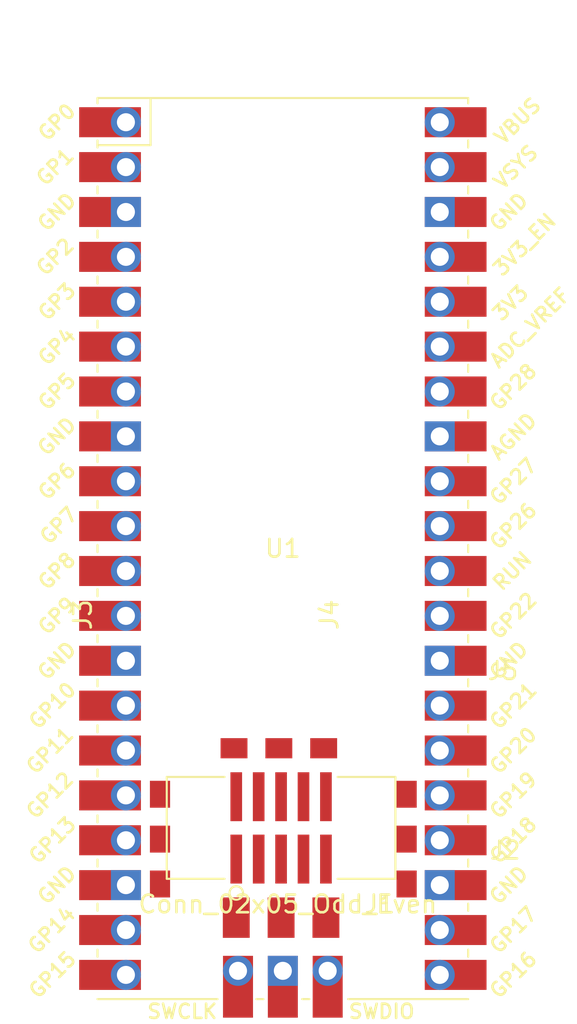
<source format=kicad_pcb>
(kicad_pcb (version 20211014) (generator pcbnew)
  (layers (0 "F.Cu" signal) (31 "B.Cu" signal) (34 "B.Paste" user) (35 "F.Paste" user) (36 "B.SilkS" user "B.Silkscreen") (37 "F.SilkS" user "F.Silkscreen") (38 "B.Mask" user) (39 "F.Mask" user) (44 "Edge.Cuts" user))
  (net 0 "")
  (net 1 "/SWDIO")
  (net 2 "Earth")
  (net 3 "/SWDCLK")
  (net 4 "/SWO")
  (net 5 "/VBUS_OUT")
  (net 49 "/Uart_RX")
  (net 50 "/SCL_0")
  (net 51 "/SDA_1")
  (net 52 "/SCL_1")
  (net 53 "/SDA_0")
  (net 54 "GND")
  (footprint "ProgramingFootprints:BottomSWDConnection" (layer "F.Cu") (at 128.651 66.04)
    (fp_text reference "J2" (at 12.7 -3.81 unlocked) (layer "F.SilkS"))
    (fp_text value "SWDConnections")
    (pad "1" smd rect (at -2.54 0 90) (size 2.286 1.524) (layers "F.Cu" "F.Paste" "F.Mask") (net 3 "/SWDCLK"))
    (pad "2" smd rect (at 0 0 90) (size 2.286 1.524) (layers "F.Cu" "F.Paste" "F.Mask") (net 2 "Earth"))
    (pad "3" smd rect (at 2.54 0 90) (size 2.286 1.524) (layers "F.Cu" "F.Paste" "F.Mask") (net 1 "/SWDIO"))
  )
  (footprint "ProgramingFootprints:BottomSWDConnection" (layer "F.Cu") (at 135.1915 61.595 90)
    (fp_text reference "J4" (at 12.7 -3.81 90 unlocked) (layer "F.SilkS"))
    (fp_text value "I2C1_conn")
    (pad "1" smd rect (at -2.54 0.5715 180) (size 1.143 1.524) (layers "F.Cu" "F.Paste" "F.Mask") (net 54 "GND"))
    (pad "2" smd rect (at 0 0.5715 180) (size 1.143 1.524) (layers "F.Cu" "F.Paste" "F.Mask") (net 51 "/SDA_1"))
    (pad "3" smd rect (at 2.54 0.5715 180) (size 1.143 1.524) (layers "F.Cu" "F.Paste" "F.Mask") (net 52 "/SCL_1"))
  )
  (footprint "LocalFootprints:3220-10-0300-00-TR" (layer "F.Cu") (at 128.651 60.96)
    (fp_text reference "J1" (at 5.588 4.318) (layer "F.SilkS"))
    (fp_text value "Conn_02x05_Odd_Even" (at 0.381 4.318) (layer "F.SilkS"))
    (fp_line (start 6.477 -2.8829) (end 3.20294 -2.8829) (layer "F.SilkS") (width 0.12))
    (fp_line (start 6.477 2.8829) (end 6.477 -2.8829) (layer "F.SilkS") (width 0.12))
    (fp_line (start -3.20294 -2.8829) (end -6.477 -2.8829) (layer "F.SilkS") (width 0.12))
    (fp_line (start -6.477 2.8829) (end -3.20294 2.8829) (layer "F.SilkS") (width 0.12))
    (fp_line (start 3.20294 2.8829) (end 6.477 2.8829) (layer "F.SilkS") (width 0.12))
    (fp_line (start -6.477 -2.8829) (end -6.477 2.8829) (layer "F.SilkS") (width 0.12))
    (fp_circle (center -2.54 3.683) (end -2.159 3.683) (layer "F.SilkS") (width 0.12) (fill none))
    (pad "1" smd rect (at -2.54 1.765) (size 0.6604 2.7686) (layers "F.Cu" "F.Paste" "F.Mask") (net 50 "/SCL_0"))
    (pad "2" smd rect (at -2.54 -1.765) (size 0.6604 2.7686) (layers "F.Cu" "F.Paste" "F.Mask") (net 1 "/SWDIO"))
    (pad "3" smd rect (at -1.27 1.765) (size 0.6604 2.7686) (layers "F.Cu" "F.Paste" "F.Mask") (net 2 "Earth"))
    (pad "4" smd rect (at -1.27 -1.765) (size 0.6604 2.7686) (layers "F.Cu" "F.Paste" "F.Mask") (net 3 "/SWDCLK"))
    (pad "5" smd rect (at 0 1.765) (size 0.6604 2.7686) (layers "F.Cu" "F.Paste" "F.Mask") (net 49 "/Uart_RX"))
    (pad "6" smd rect (at 0 -1.765) (size 0.6604 2.7686) (layers "F.Cu" "F.Paste" "F.Mask") (net 4 "/SWO"))
    (pad "7" smd rect (at 1.27 1.765) (size 0.6604 2.7686) (layers "F.Cu" "F.Paste" "F.Mask") (net 51 "/SDA_1"))
    (pad "8" smd rect (at 1.27 -1.765) (size 0.6604 2.7686) (layers "F.Cu" "F.Paste" "F.Mask") (net 52 "/SCL_1"))
    (pad "9" smd rect (at 2.54 1.765) (size 0.6604 2.7686) (layers "F.Cu" "F.Paste" "F.Mask") (net 5 "/VBUS_OUT"))
    (pad "10" smd rect (at 2.54 -1.765) (size 0.6604 2.7686) (layers "F.Cu" "F.Paste" "F.Mask") (net 53 "/SDA_0"))
  )
  (footprint "MCU_RaspberryPi_and_Boards:RPi_Pico_SMD_TH" (layer "F.Cu") (at 128.75 45.15)
    (fp_text reference "U1" (at 0 0) (layer "F.SilkS"))
    (fp_text value "Pico")
    (fp_text user "VSYS" (at 13.2 -21.59 45) (layer "F.SilkS") (effects (font (size 0.8 0.8))))
    (fp_text user "GND" (at -12.8 6.35 45) (layer "F.SilkS") (effects (font (size 0.8 0.8))))
    (fp_text user "GP18" (at 13.054 16.51 45) (layer "F.SilkS") (effects (font (size 0.8 0.8))))
    (fp_text user "GP8" (at -12.8 1.27 45) (layer "F.SilkS") (effects (font (size 0.8 0.8))))
    (fp_text user "GP26" (at 13.054 -1.27 45) (layer "F.SilkS") (effects (font (size 0.8 0.8))))
    (fp_text user "GP1" (at -12.9 -21.6 45) (layer "F.SilkS") (effects (font (size 0.8 0.8))))
    (fp_text user "GP4" (at -12.8 -11.43 45) (layer "F.SilkS") (effects (font (size 0.8 0.8))))
    (fp_text user "GP22" (at 13.054 3.81 45) (layer "F.SilkS") (effects (font (size 0.8 0.8))))
    (fp_text user "GP11" (at -13.2 11.43 45) (layer "F.SilkS") (effects (font (size 0.8 0.8))))
    (fp_text user "SWCLK" (at -5.7 26.2) (layer "F.SilkS") (effects (font (size 0.8 0.8))))
    (fp_text user "3V3" (at 12.9 -13.9 45) (layer "F.SilkS") (effects (font (size 0.8 0.8))))
    (fp_text user "GP28" (at 13.054 -9.144 45) (layer "F.SilkS") (effects (font (size 0.8 0.8))))
    (fp_text user "GP16" (at 13.054 24.13 45) (layer "F.SilkS") (effects (font (size 0.8 0.8))))
    (fp_text user "GND" (at 12.8 6.35 45) (layer "F.SilkS") (effects (font (size 0.8 0.8))))
    (fp_text user "GP0" (at -12.8 -24.13 45) (layer "F.SilkS") (effects (font (size 0.8 0.8))))
    (fp_text user "ADC_VREF" (at 14 -12.5 45) (layer "F.SilkS") (effects (font (size 0.8 0.8))))
    (fp_text user "GP27" (at 13.054 -3.8 45) (layer "F.SilkS") (effects (font (size 0.8 0.8))))
    (fp_text user "GP14" (at -13.1 21.59 45) (layer "F.SilkS") (effects (font (size 0.8 0.8))))
    (fp_text user "GP13" (at -13.054 16.51 45) (layer "F.SilkS") (effects (font (size 0.8 0.8))))
    (fp_text user "GND" (at -12.8 -19.05 45) (layer "F.SilkS") (effects (font (size 0.8 0.8))))
    (fp_text user "SWDIO" (at 5.6 26.2) (layer "F.SilkS") (effects (font (size 0.8 0.8))))
    (fp_text user "GP20" (at 13.054 11.43 45) (layer "F.SilkS") (effects (font (size 0.8 0.8))))
    (fp_text user "RUN" (at 13 1.27 45) (layer "F.SilkS") (effects (font (size 0.8 0.8))))
    (fp_text user "GP15" (at -13.054 24.13 45) (layer "F.SilkS") (effects (font (size 0.8 0.8))))
    (fp_text user "3V3_EN" (at 13.7 -17.2 45) (layer "F.SilkS") (effects (font (size 0.8 0.8))))
    (fp_text user "GND" (at 12.8 19.05 45) (layer "F.SilkS") (effects (font (size 0.8 0.8))))
    (fp_text user "GP21" (at 13.054 8.9 45) (layer "F.SilkS") (effects (font (size 0.8 0.8))))
    (fp_text user "GP3" (at -12.8 -13.97 45) (layer "F.SilkS") (effects (font (size 0.8 0.8))))
    (fp_text user "VBUS" (at 13.3 -24.2 45) (layer "F.SilkS") (effects (font (size 0.8 0.8))))
    (fp_text user "GP5" (at -12.8 -8.89 45) (layer "F.SilkS") (effects (font (size 0.8 0.8))))
    (fp_text user "GND" (at -12.8 -6.35 45) (layer "F.SilkS") (effects (font (size 0.8 0.8))))
    (fp_text user "AGND" (at 13.054 -6.35 45) (layer "F.SilkS") (effects (font (size 0.8 0.8))))
    (fp_text user "GP6" (at -12.8 -3.81 45) (layer "F.SilkS") (effects (font (size 0.8 0.8))))
    (fp_text user "GP2" (at -12.9 -16.51 45) (layer "F.SilkS") (effects (font (size 0.8 0.8))))
    (fp_text user "GND" (at 12.8 -19.05 45) (layer "F.SilkS") (effects (font (size 0.8 0.8))))
    (fp_text user "GP19" (at 13.054 13.97 45) (layer "F.SilkS") (effects (font (size 0.8 0.8))))
    (fp_text user "GND" (at -12.8 19.05 45) (layer "F.SilkS") (effects (font (size 0.8 0.8))))
    (fp_text user "GP9" (at -12.8 3.81 45) (layer "F.SilkS") (effects (font (size 0.8 0.8))))
    (fp_text user "GP17" (at 13.054 21.59 45) (layer "F.SilkS") (effects (font (size 0.8 0.8))))
    (fp_text user "GP10" (at -13.054 8.89 45) (layer "F.SilkS") (effects (font (size 0.8 0.8))))
    (fp_text user "GP12" (at -13.2 13.97 45) (layer "F.SilkS") (effects (font (size 0.8 0.8))))
    (fp_text user "GP7" (at -12.7 -1.3 45) (layer "F.SilkS") (effects (font (size 0.8 0.8))))
    (fp_line (start -10.5 15.1) (end -10.5 15.5) (layer "F.SilkS") (width 0.12))
    (fp_line (start 10.5 -18) (end 10.5 -17.6) (layer "F.SilkS") (width 0.12))
    (fp_line (start -10.5 -7.8) (end -10.5 -7.4) (layer "F.SilkS") (width 0.12))
    (fp_line (start -1.5 25.5) (end -1.1 25.5) (layer "F.SilkS") (width 0.12))
    (fp_line (start -10.5 10) (end -10.5 10.4) (layer "F.SilkS") (width 0.12))
    (fp_line (start -10.5 -5.3) (end -10.5 -4.9) (layer "F.SilkS") (width 0.12))
    (fp_line (start 10.5 10) (end 10.5 10.4) (layer "F.SilkS") (width 0.12))
    (fp_line (start 10.5 -2.7) (end 10.5 -2.3) (layer "F.SilkS") (width 0.12))
    (fp_line (start 10.5 -0.2) (end 10.5 0.2) (layer "F.SilkS") (width 0.12))
    (fp_line (start 10.5 -7.8) (end 10.5 -7.4) (layer "F.SilkS") (width 0.12))
    (fp_line (start 10.5 12.5) (end 10.5 12.9) (layer "F.SilkS") (width 0.12))
    (fp_line (start 10.5 -5.3) (end 10.5 -4.9) (layer "F.SilkS") (width 0.12))
    (fp_line (start -10.5 12.5) (end -10.5 12.9) (layer "F.SilkS") (width 0.12))
    (fp_line (start -10.5 -25.5) (end 10.5 -25.5) (layer "F.SilkS") (width 0.12))
    (fp_line (start -10.5 -25.5) (end -10.5 -25.2) (layer "F.SilkS") (width 0.12))
    (fp_line (start 10.5 25.5) (end 3.7 25.5) (layer "F.SilkS") (width 0.12))
    (fp_line (start 10.5 20.1) (end 10.5 20.5) (layer "F.SilkS") (width 0.12))
    (fp_line (start -10.5 -23.1) (end -10.5 -22.7) (layer "F.SilkS") (width 0.12))
    (fp_line (start -10.5 17.6) (end -10.5 18) (layer "F.SilkS") (width 0.12))
    (fp_line (start 10.5 4.9) (end 10.5 5.3) (layer "F.SilkS") (width 0.12))
    (fp_line (start 10.5 -20.5) (end 10.5 -20.1) (layer "F.SilkS") (width 0.12))
    (fp_line (start 10.5 2.3) (end 10.5 2.7) (layer "F.SilkS") (width 0.12))
    (fp_line (start -10.5 20.1) (end -10.5 20.5) (layer "F.SilkS") (width 0.12))
    (fp_line (start 10.5 17.6) (end 10.5 18) (layer "F.SilkS") (width 0.12))
    (fp_line (start 10.5 -10.4) (end 10.5 -10) (layer "F.SilkS") (width 0.12))
    (fp_line (start -10.5 -15.4) (end -10.5 -15) (layer "F.SilkS") (width 0.12))
    (fp_line (start -10.5 7.4) (end -10.5 7.8) (layer "F.SilkS") (width 0.12))
    (fp_line (start 10.5 15.1) (end 10.5 15.5) (layer "F.SilkS") (width 0.12))
    (fp_line (start -10.5 -10.4) (end -10.5 -10) (layer "F.SilkS") (width 0.12))
    (fp_line (start -10.5 -18) (end -10.5 -17.6) (layer "F.SilkS") (width 0.12))
    (fp_line (start -3.7 25.5) (end -10.5 25.5) (layer "F.SilkS") (width 0.12))
    (fp_line (start 10.5 -15.4) (end 10.5 -15) (layer "F.SilkS") (width 0.12))
    (fp_line (start -10.5 -0.2) (end -10.5 0.2) (layer "F.SilkS") (width 0.12))
    (fp_line (start 10.5 -25.5) (end 10.5 -25.2) (layer "F.SilkS") (width 0.12))
    (fp_line (start 10.5 -23.1) (end 10.5 -22.7) (layer "F.SilkS") (width 0.12))
    (fp_line (start -10.5 -22.833) (end -7.493 -22.833) (layer "F.SilkS") (width 0.12))
    (fp_line (start -7.493 -22.833) (end -7.493 -25.5) (layer "F.SilkS") (width 0.12))
    (fp_line (start -10.5 -20.5) (end -10.5 -20.1) (layer "F.SilkS") (width 0.12))
    (fp_line (start -10.5 4.9) (end -10.5 5.3) (layer "F.SilkS") (width 0.12))
    (fp_line (start 10.5 -12.9) (end 10.5 -12.5) (layer "F.SilkS") (width 0.12))
    (fp_line (start -10.5 2.3) (end -10.5 2.7) (layer "F.SilkS") (width 0.12))
    (fp_line (start 10.5 22.7) (end 10.5 23.1) (layer "F.SilkS") (width 0.12))
    (fp_line (start 10.5 7.4) (end 10.5 7.8) (layer "F.SilkS") (width 0.12))
    (fp_line (start -10.5 -2.7) (end -10.5 -2.3) (layer "F.SilkS") (width 0.12))
    (fp_line (start -10.5 22.7) (end -10.5 23.1) (layer "F.SilkS") (width 0.12))
    (fp_line (start -10.5 -12.9) (end -10.5 -12.5) (layer "F.SilkS") (width 0.12))
    (fp_line (start 1.1 25.5) (end 1.5 25.5) (layer "F.SilkS") (width 0.12))
    (pad "" np_thru_hole oval (at 2.425 -20.97) (size 1.5 1.5) (drill 1.5) (layers *.Cu *.Mask))
    (pad "" np_thru_hole oval (at -2.425 -20.97) (size 1.5 1.5) (drill 1.5) (layers *.Cu *.Mask))
    (pad "" np_thru_hole oval (at -2.725 -24) (size 1.8 1.8) (drill 1.8) (layers *.Cu *.Mask))
    (pad "" np_thru_hole oval (at 2.725 -24) (size 1.8 1.8) (drill 1.8) (layers *.Cu *.Mask))
    (pad "1" smd rect (at -8.89 -24.13) (size 3.5 1.7) (drill (offset -0.9 0)) (layers "F.Cu" "F.Mask"))
    (pad "1" thru_hole oval (at -8.89 -24.13) (size 1.7 1.7) (drill 1.02) (layers *.Cu *.Mask))
    (pad "2" smd rect (at -8.89 -21.59) (size 3.5 1.7) (drill (offset -0.9 0)) (layers "F.Cu" "F.Mask"))
    (pad "2" thru_hole oval (at -8.89 -21.59) (size 1.7 1.7) (drill 1.02) (layers *.Cu *.Mask))
    (pad "3" smd rect (at -8.89 -19.05) (size 3.5 1.7) (drill (offset -0.9 0)) (layers "F.Cu" "F.Mask"))
    (pad "3" thru_hole rect (at -8.89 -19.05) (size 1.7 1.7) (drill 1.02) (layers *.Cu *.Mask))
    (pad "4" thru_hole oval (at -8.89 -16.51) (size 1.7 1.7) (drill 1.02) (layers *.Cu *.Mask))
    (pad "4" smd rect (at -8.89 -16.51) (size 3.5 1.7) (drill (offset -0.9 0)) (layers "F.Cu" "F.Mask"))
    (pad "5" smd rect (at -8.89 -13.97) (size 3.5 1.7) (drill (offset -0.9 0)) (layers "F.Cu" "F.Mask"))
    (pad "5" thru_hole oval (at -8.89 -13.97) (size 1.7 1.7) (drill 1.02) (layers *.Cu *.Mask))
    (pad "6" thru_hole oval (at -8.89 -11.43) (size 1.7 1.7) (drill 1.02) (layers *.Cu *.Mask))
    (pad "6" smd rect (at -8.89 -11.43) (size 3.5 1.7) (drill (offset -0.9 0)) (layers "F.Cu" "F.Mask"))
    (pad "7" thru_hole oval (at -8.89 -8.89) (size 1.7 1.7) (drill 1.02) (layers *.Cu *.Mask))
    (pad "7" smd rect (at -8.89 -8.89) (size 3.5 1.7) (drill (offset -0.9 0)) (layers "F.Cu" "F.Mask"))
    (pad "8" thru_hole rect (at -8.89 -6.35) (size 1.7 1.7) (drill 1.02) (layers *.Cu *.Mask))
    (pad "8" smd rect (at -8.89 -6.35) (size 3.5 1.7) (drill (offset -0.9 0)) (layers "F.Cu" "F.Mask"))
    (pad "9" thru_hole oval (at -8.89 -3.81) (size 1.7 1.7) (drill 1.02) (layers *.Cu *.Mask))
    (pad "9" smd rect (at -8.89 -3.81) (size 3.5 1.7) (drill (offset -0.9 0)) (layers "F.Cu" "F.Mask"))
    (pad "10" smd rect (at -8.89 -1.27) (size 3.5 1.7) (drill (offset -0.9 0)) (layers "F.Cu" "F.Mask"))
    (pad "10" thru_hole oval (at -8.89 -1.27) (size 1.7 1.7) (drill 1.02) (layers *.Cu *.Mask))
    (pad "11" thru_hole oval (at -8.89 1.27) (size 1.7 1.7) (drill 1.02) (layers *.Cu *.Mask))
    (pad "11" smd rect (at -8.89 1.27) (size 3.5 1.7) (drill (offset -0.9 0)) (layers "F.Cu" "F.Mask"))
    (pad "12" thru_hole oval (at -8.89 3.81) (size 1.7 1.7) (drill 1.02) (layers *.Cu *.Mask))
    (pad "12" smd rect (at -8.89 3.81) (size 3.5 1.7) (drill (offset -0.9 0)) (layers "F.Cu" "F.Mask"))
    (pad "13" thru_hole rect (at -8.89 6.35) (size 1.7 1.7) (drill 1.02) (layers *.Cu *.Mask))
    (pad "13" smd rect (at -8.89 6.35) (size 3.5 1.7) (drill (offset -0.9 0)) (layers "F.Cu" "F.Mask"))
    (pad "14" thru_hole oval (at -8.89 8.89) (size 1.7 1.7) (drill 1.02) (layers *.Cu *.Mask))
    (pad "14" smd rect (at -8.89 8.89) (size 3.5 1.7) (drill (offset -0.9 0)) (layers "F.Cu" "F.Mask"))
    (pad "15" smd rect (at -8.89 11.43) (size 3.5 1.7) (drill (offset -0.9 0)) (layers "F.Cu" "F.Mask"))
    (pad "15" thru_hole oval (at -8.89 11.43) (size 1.7 1.7) (drill 1.02) (layers *.Cu *.Mask))
    (pad "16" thru_hole oval (at -8.89 13.97) (size 1.7 1.7) (drill 1.02) (layers *.Cu *.Mask))
    (pad "16" smd rect (at -8.89 13.97) (size 3.5 1.7) (drill (offset -0.9 0)) (layers "F.Cu" "F.Mask"))
    (pad "17" smd rect (at -8.89 16.51) (size 3.5 1.7) (drill (offset -0.9 0)) (layers "F.Cu" "F.Mask"))
    (pad "17" thru_hole oval (at -8.89 16.51) (size 1.7 1.7) (drill 1.02) (layers *.Cu *.Mask))
    (pad "18" thru_hole rect (at -8.89 19.05) (size 1.7 1.7) (drill 1.02) (layers *.Cu *.Mask))
    (pad "18" smd rect (at -8.89 19.05) (size 3.5 1.7) (drill (offset -0.9 0)) (layers "F.Cu" "F.Mask"))
    (pad "19" thru_hole oval (at -8.89 21.59) (size 1.7 1.7) (drill 1.02) (layers *.Cu *.Mask))
    (pad "19" smd rect (at -8.89 21.59) (size 3.5 1.7) (drill (offset -0.9 0)) (layers "F.Cu" "F.Mask"))
    (pad "20" thru_hole oval (at -8.89 24.13) (size 1.7 1.7) (drill 1.02) (layers *.Cu *.Mask))
    (pad "20" smd rect (at -8.89 24.13) (size 3.5 1.7) (drill (offset -0.9 0)) (layers "F.Cu" "F.Mask"))
    (pad "21" smd rect (at 8.89 24.13) (size 3.5 1.7) (drill (offset 0.9 0)) (layers "F.Cu" "F.Mask"))
    (pad "21" thru_hole oval (at 8.89 24.13) (size 1.7 1.7) (drill 1.02) (layers *.Cu *.Mask))
    (pad "22" smd rect (at 8.89 21.59) (size 3.5 1.7) (drill (offset 0.9 0)) (layers "F.Cu" "F.Mask"))
    (pad "22" thru_hole oval (at 8.89 21.59) (size 1.7 1.7) (drill 1.02) (layers *.Cu *.Mask))
    (pad "23" thru_hole rect (at 8.89 19.05) (size 1.7 1.7) (drill 1.02) (layers *.Cu *.Mask))
    (pad "23" smd rect (at 8.89 19.05) (size 3.5 1.7) (drill (offset 0.9 0)) (layers "F.Cu" "F.Mask"))
    (pad "24" thru_hole oval (at 8.89 16.51) (size 1.7 1.7) (drill 1.02) (layers *.Cu *.Mask))
    (pad "24" smd rect (at 8.89 16.51) (size 3.5 1.7) (drill (offset 0.9 0)) (layers "F.Cu" "F.Mask"))
    (pad "25" smd rect (at 8.89 13.97) (size 3.5 1.7) (drill (offset 0.9 0)) (layers "F.Cu" "F.Mask"))
    (pad "25" thru_hole oval (at 8.89 13.97) (size 1.7 1.7) (drill 1.02) (layers *.Cu *.Mask))
    (pad "26" smd rect (at 8.89 11.43) (size 3.5 1.7) (drill (offset 0.9 0)) (layers "F.Cu" "F.Mask"))
    (pad "26" thru_hole oval (at 8.89 11.43) (size 1.7 1.7) (drill 1.02) (layers *.Cu *.Mask))
    (pad "27" smd rect (at 8.89 8.89) (size 3.5 1.7) (drill (offset 0.9 0)) (layers "F.Cu" "F.Mask"))
    (pad "27" thru_hole oval (at 8.89 8.89) (size 1.7 1.7) (drill 1.02) (layers *.Cu *.Mask))
    (pad "28" thru_hole rect (at 8.89 6.35) (size 1.7 1.7) (drill 1.02) (layers *.Cu *.Mask))
    (pad "28" smd rect (at 8.89 6.35) (size 3.5 1.7) (drill (offset 0.9 0)) (layers "F.Cu" "F.Mask"))
    (pad "29" smd rect (at 8.89 3.81) (size 3.5 1.7) (drill (offset 0.9 0)) (layers "F.Cu" "F.Mask"))
    (pad "29" thru_hole oval (at 8.89 3.81) (size 1.7 1.7) (drill 1.02) (layers *.Cu *.Mask))
    (pad "30" smd rect (at 8.89 1.27) (size 3.5 1.7) (drill (offset 0.9 0)) (layers "F.Cu" "F.Mask"))
    (pad "30" thru_hole oval (at 8.89 1.27) (size 1.7 1.7) (drill 1.02) (layers *.Cu *.Mask))
    (pad "31" smd rect (at 8.89 -1.27) (size 3.5 1.7) (drill (offset 0.9 0)) (layers "F.Cu" "F.Mask"))
    (pad "31" thru_hole oval (at 8.89 -1.27) (size 1.7 1.7) (drill 1.02) (layers *.Cu *.Mask))
    (pad "32" smd rect (at 8.89 -3.81) (size 3.5 1.7) (drill (offset 0.9 0)) (layers "F.Cu" "F.Mask"))
    (pad "32" thru_hole oval (at 8.89 -3.81) (size 1.7 1.7) (drill 1.02) (layers *.Cu *.Mask))
    (pad "33" smd rect (at 8.89 -6.35) (size 3.5 1.7) (drill (offset 0.9 0)) (layers "F.Cu" "F.Mask"))
    (pad "33" thru_hole rect (at 8.89 -6.35) (size 1.7 1.7) (drill 1.02) (layers *.Cu *.Mask))
    (pad "34" thru_hole oval (at 8.89 -8.89) (size 1.7 1.7) (drill 1.02) (layers *.Cu *.Mask))
    (pad "34" smd rect (at 8.89 -8.89) (size 3.5 1.7) (drill (offset 0.9 0)) (layers "F.Cu" "F.Mask"))
    (pad "35" thru_hole oval (at 8.89 -11.43) (size 1.7 1.7) (drill 1.02) (layers *.Cu *.Mask))
    (pad "35" smd rect (at 8.89 -11.43) (size 3.5 1.7) (drill (offset 0.9 0)) (layers "F.Cu" "F.Mask"))
    (pad "36" thru_hole oval (at 8.89 -13.97) (size 1.7 1.7) (drill 1.02) (layers *.Cu *.Mask))
    (pad "36" smd rect (at 8.89 -13.97) (size 3.5 1.7) (drill (offset 0.9 0)) (layers "F.Cu" "F.Mask"))
    (pad "37" smd rect (at 8.89 -16.51) (size 3.5 1.7) (drill (offset 0.9 0)) (layers "F.Cu" "F.Mask"))
    (pad "37" thru_hole oval (at 8.89 -16.51) (size 1.7 1.7) (drill 1.02) (layers *.Cu *.Mask))
    (pad "38" thru_hole rect (at 8.89 -19.05) (size 1.7 1.7) (drill 1.02) (layers *.Cu *.Mask))
    (pad "38" smd rect (at 8.89 -19.05) (size 3.5 1.7) (drill (offset 0.9 0)) (layers "F.Cu" "F.Mask"))
    (pad "39" thru_hole oval (at 8.89 -21.59) (size 1.7 1.7) (drill 1.02) (layers *.Cu *.Mask))
    (pad "39" smd rect (at 8.89 -21.59) (size 3.5 1.7) (drill (offset 0.9 0)) (layers "F.Cu" "F.Mask"))
    (pad "40" thru_hole oval (at 8.89 -24.13) (size 1.7 1.7) (drill 1.02) (layers *.Cu *.Mask))
    (pad "40" smd rect (at 8.89 -24.13) (size 3.5 1.7) (drill (offset 0.9 0)) (layers "F.Cu" "F.Mask"))
    (pad "41" smd rect (at -2.54 23.9 90) (size 3.5 1.7) (drill (offset -0.9 0)) (layers "F.Cu" "F.Mask"))
    (pad "41" thru_hole oval (at -2.54 23.9) (size 1.7 1.7) (drill 1.02) (layers *.Cu *.Mask))
    (pad "42" thru_hole rect (at 0 23.9) (size 1.7 1.7) (drill 1.02) (layers *.Cu *.Mask))
    (pad "42" smd rect (at 0 23.9 90) (size 3.5 1.7) (drill (offset -0.9 0)) (layers "F.Cu" "F.Mask"))
    (pad "43" thru_hole oval (at 2.54 23.9) (size 1.7 1.7) (drill 1.02) (layers *.Cu *.Mask))
    (pad "43" smd rect (at 2.54 23.9 90) (size 3.5 1.7) (drill (offset -0.9 0)) (layers "F.Cu" "F.Mask"))
  )
  (footprint "ProgramingFootprints:BottomSWDConnection" (layer "F.Cu") (at 128.524 55.88)
    (fp_text reference "J5" (at 12.7 -3.81 unlocked) (layer "F.SilkS"))
    (fp_text value "Conn_01x03_Female")
    (pad "1" smd rect (at -2.54 0.5715 90) (size 1.143 1.524) (layers "F.Cu" "F.Paste" "F.Mask") (net 4 "/SWO"))
    (pad "2" smd rect (at 0 0.5715 90) (size 1.143 1.524) (layers "F.Cu" "F.Paste" "F.Mask") (net 49 "/Uart_RX"))
    (pad "3" smd rect (at 2.54 0.5715 90) (size 1.143 1.524) (layers "F.Cu" "F.Paste" "F.Mask") (net 5 "/VBUS_OUT"))
  )
  (footprint "ProgramingFootprints:BottomSWDConnection" (layer "F.Cu") (at 121.2195 61.595 90)
    (fp_text reference "J3" (at 12.7 -3.81 90 unlocked) (layer "F.SilkS"))
    (fp_text value "I2C0_con")
    (pad "1" smd rect (at -2.54 0.5715 180) (size 1.143 1.524) (layers "F.Cu" "F.Paste" "F.Mask") (net 54 "GND"))
    (pad "2" smd rect (at 0 0.5715 180) (size 1.143 1.524) (layers "F.Cu" "F.Paste" "F.Mask") (net 50 "/SCL_0"))
    (pad "3" smd rect (at 2.54 0.5715 180) (size 1.143 1.524) (layers "F.Cu" "F.Paste" "F.Mask") (net 53 "/SDA_0"))
  )
)
</source>
